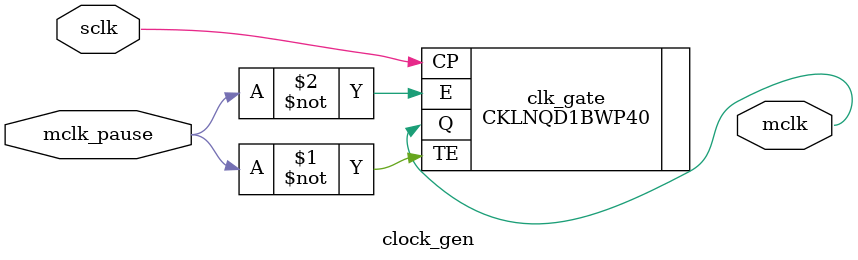
<source format=v>
module clock_gen (
  input   wire  sclk,
  input   wire  mclk_pause,
  output  wire  mclk
  );
  CKLNQD1BWP40 clk_gate ( .TE(~mclk_pause), .E(~mclk_pause), .CP(sclk), .Q(mclk));
endmodule

</source>
